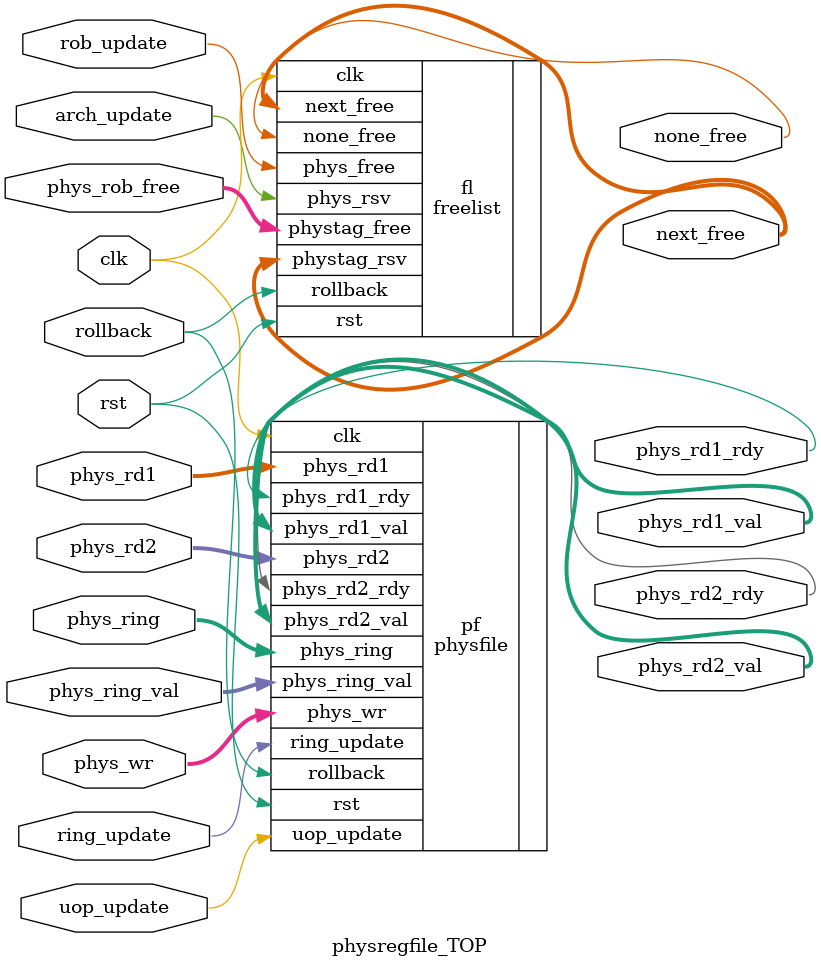
<source format=v>
module physregfile_TOP #(parameter PHYSFILE_SIZE=256,
                         parameter REG_SIZE=32)(
    input clk, rst,

    input uop_update,
    input [$clog2(PHYSFILE_SIZE)-1:0] phys_rd1, phys_rd2,
    input [$clog2(PHYSFILE_SIZE)-1:0] phys_wr,

    input ring_update,
    input [$clog2(PHYSFILE_SIZE)-1:0] phys_ring,
    input [REG_SIZE-1:0] phys_ring_val,

    input rob_update,
    input [$clog2(PHYSFILE_SIZE)-1:0] phys_rob_free,

    input arch_update,

    input rollback, //TODO: implement rollback mech

    output phys_rd1_rdy, phys_rd2_rdy,
    output [REG_SIZE-1:0] phys_rd1_val, phys_rd2_val,

    output none_free,
    output [$clog2(PHYSFILE_SIZE)-1:0] next_free
);
    wire [$clog2(PHYSFILE_SIZE)-1:0] next_free;

    physfile #(.PHYSFILE_SIZE(PHYSFILE_SIZE), .REG_SIZE(REG_SIZE))
            pf(.clk(clk), .rst(rst),
               .uop_update(uop_update),
               .phys_rd1(phys_rd1), .phys_rd2(phys_rd2), .phys_wr(phys_wr),
               .ring_update(ring_update),
               .phys_ring(phys_ring), .phys_ring_val(phys_ring_val),
               .rollback(rollback),
               .phys_rd1_rdy(phys_rd1_rdy), .phys_rd2_rdy(phys_rd2_rdy),
               .phys_rd1_val(phys_rd1_val), .phys_rd2_val(phys_rd2_val));

    freelist #(.PHYSFILE_SIZE(PHYSFILE_SIZE))
            fl(.clk(clk), .rst(rst),
               .phys_rsv(arch_update), .phys_free(rob_update),
               .phystag_rsv(next_free), .phystag_free(phys_rob_free),
               .rollback(rollback),
               .none_free(none_free), .next_free(next_free));

endmodule
</source>
